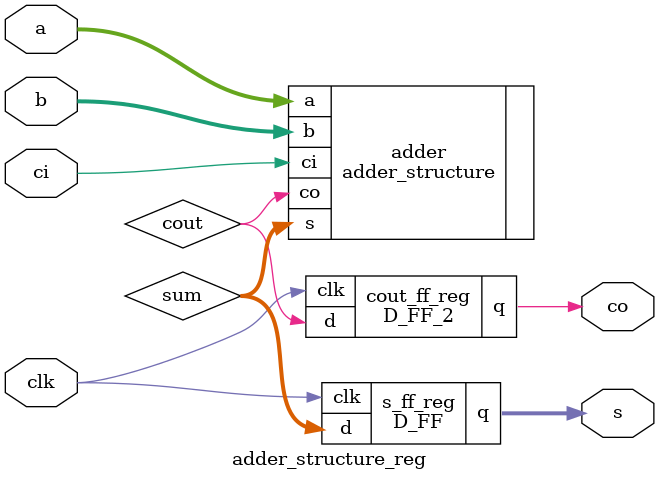
<source format=v>
module D_FF(q,d,clk);
    output reg [31:0] q;
    input [31:0] d; 
    input clk;

    always @( posedge clk) begin
        q <= d;
    end

endmodule

module D_FF_2(q,d,clk);
    output reg q;
    input d; 
    input clk;

    always @( posedge clk) begin
        q <= d;
    end

endmodule


module adder_structure_reg(s, co, a, b, ci, clk);
    parameter width = 32;
    output [width-1:0] s;
    output co;
    input [width-1:0] a,b;
    input ci;
    input clk;

    wire cout;
    wire [31:0] sum;

    adder_structure adder (
        .s(sum),
        .co(cout),
        .a(a),
        .b(b),
        .ci(ci)
    );

    D_FF s_ff_reg (
        .clk(clk),
        .d(sum),
        .q(s)
    );

    D_FF_2 cout_ff_reg (
        .clk(clk),
        .d( cout), 
        .q(co)
    );

endmodule
</source>
